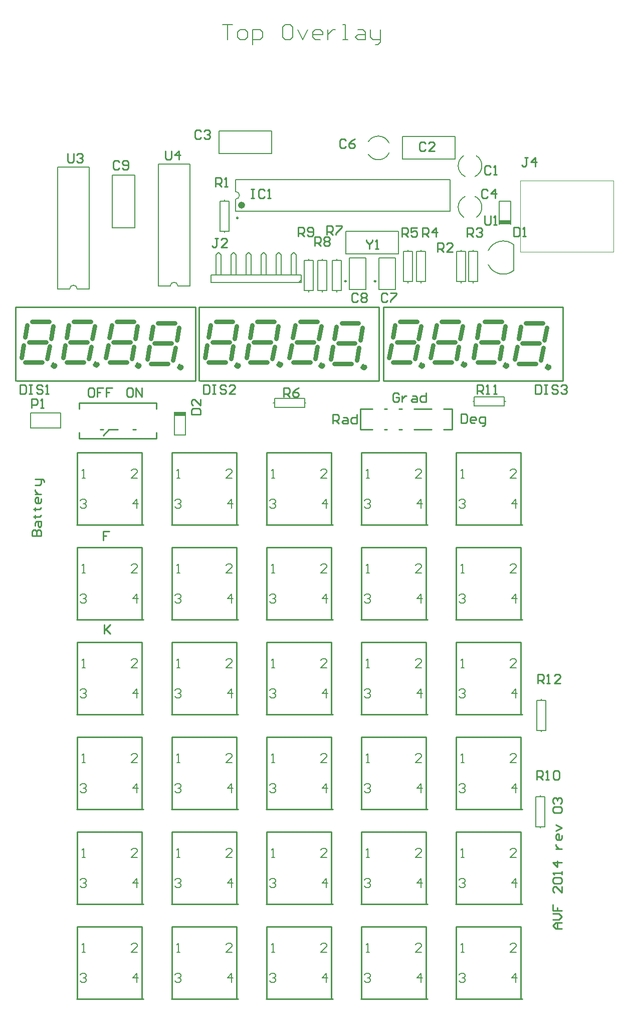
<source format=gto>
%FSLAX25Y25*%
%MOIN*%
G70*
G01*
G75*
G04 Layer_Color=231054*
%ADD10C,0.01000*%
%ADD11C,0.02000*%
%ADD12C,0.04000*%
%ADD13C,0.02500*%
%ADD14C,0.00600*%
%ADD15C,0.11811*%
%ADD16C,0.06299*%
%ADD17C,0.05512*%
%ADD18C,0.06000*%
%ADD19O,0.10236X0.15748*%
%ADD20O,0.07874X0.06000*%
%ADD21C,0.19685*%
G04:AMPARAMS|DCode=22|XSize=47.24mil|YSize=80mil|CornerRadius=11.81mil|HoleSize=0mil|Usage=FLASHONLY|Rotation=0.000|XOffset=0mil|YOffset=0mil|HoleType=Round|Shape=RoundedRectangle|*
%AMROUNDEDRECTD22*
21,1,0.04724,0.05638,0,0,0.0*
21,1,0.02362,0.08000,0,0,0.0*
1,1,0.02362,0.01181,-0.02819*
1,1,0.02362,-0.01181,-0.02819*
1,1,0.02362,-0.01181,0.02819*
1,1,0.02362,0.01181,0.02819*
%
%ADD22ROUNDEDRECTD22*%
%ADD23C,0.04724*%
%ADD24O,0.06000X0.04724*%
%ADD25R,0.06000X0.04724*%
%ADD26C,0.05906*%
%ADD27R,0.05906X0.05906*%
%ADD28R,0.05315X0.05315*%
%ADD29C,0.05315*%
%ADD30R,0.05906X0.05906*%
%ADD31C,0.08000*%
%ADD32R,0.05315X0.05315*%
%ADD33R,0.05906X0.05906*%
%ADD34C,0.05906*%
%ADD35C,0.05000*%
%ADD36C,0.03000*%
%ADD37C,0.00800*%
%ADD38C,0.03937*%
%ADD39C,0.03386*%
%ADD40C,0.02362*%
%ADD41C,0.00984*%
%ADD42C,0.00787*%
%ADD43C,0.00500*%
%ADD44C,0.00100*%
%ADD45C,0.03000*%
%ADD46C,0.00799*%
%ADD47R,0.07480X0.03150*%
D10*
X265748Y387795D02*
X277559D01*
X255906D02*
X257874D01*
X246063D02*
X248031D01*
X230315D02*
X238189D01*
X230315D02*
Y401575D01*
X246063D02*
X248031D01*
X255906D02*
X257874D01*
X265748D02*
X277559D01*
X291339Y387795D02*
Y401575D01*
X285433Y387795D02*
X291339D01*
X285433Y401575D02*
X291339D01*
X230315D02*
X238189D01*
X94488D02*
Y405512D01*
X43307D02*
X94488D01*
X43307Y401575D02*
Y405512D01*
Y381890D02*
Y385827D01*
Y381890D02*
X94488D01*
Y385827D01*
X62992Y387795D02*
X68898D01*
X59055Y383858D02*
X62992Y387795D01*
X57087D02*
X59055D01*
X78740D02*
X80709D01*
X293961Y309433D02*
X336961D01*
X293961Y261433D02*
Y309433D01*
X336961Y261433D02*
Y309433D01*
X293587Y261433D02*
X337961D01*
X230594D02*
X274969D01*
X273969D02*
Y309433D01*
X230969Y261433D02*
Y309433D01*
X273969D01*
X167976D02*
X210976D01*
X167976Y261433D02*
Y309433D01*
X210976Y261433D02*
Y309433D01*
X167602Y261433D02*
X211976D01*
X104610D02*
X148984D01*
X147984D02*
Y309433D01*
X104984Y261433D02*
Y309433D01*
X147984D01*
X41992D02*
X84992D01*
X41992Y261433D02*
Y309433D01*
X84992Y261433D02*
Y309433D01*
X41618Y261433D02*
X85992D01*
X293587Y198441D02*
X337961D01*
X336961D02*
Y246441D01*
X293961Y198441D02*
Y246441D01*
X336961D01*
X230969D02*
X273969D01*
X230969Y198441D02*
Y246441D01*
X273969Y198441D02*
Y246441D01*
X230594Y198441D02*
X274969D01*
X167602D02*
X211976D01*
X210976D02*
Y246441D01*
X167976Y198441D02*
Y246441D01*
X210976D01*
X104984D02*
X147984D01*
X104984Y198441D02*
Y246441D01*
X147984Y198441D02*
Y246441D01*
X104610Y198441D02*
X148984D01*
X41618D02*
X85992D01*
X84992D02*
Y246441D01*
X41992Y198441D02*
Y246441D01*
X84992D01*
X293961Y183449D02*
X336961D01*
X293961Y135449D02*
Y183449D01*
X336961Y135449D02*
Y183449D01*
X293587Y135449D02*
X337961D01*
X230594D02*
X274969D01*
X273969D02*
Y183449D01*
X230969Y135449D02*
Y183449D01*
X273969D01*
X167976D02*
X210976D01*
X167976Y135449D02*
Y183449D01*
X210976Y135449D02*
Y183449D01*
X167602Y135449D02*
X211976D01*
X104610D02*
X148984D01*
X147984D02*
Y183449D01*
X104984Y135449D02*
Y183449D01*
X147984D01*
X41992D02*
X84992D01*
X41992Y135449D02*
Y183449D01*
X84992Y135449D02*
Y183449D01*
X41618Y135449D02*
X85992D01*
X293587Y72457D02*
X337961D01*
X336961D02*
Y120457D01*
X293961Y72457D02*
Y120457D01*
X336961D01*
X230969D02*
X273969D01*
X230969Y72457D02*
Y120457D01*
X273969Y72457D02*
Y120457D01*
X230594Y72457D02*
X274969D01*
X167602D02*
X211976D01*
X210976D02*
Y120457D01*
X167976Y72457D02*
Y120457D01*
X210976D01*
X104984D02*
X147984D01*
X104984Y72457D02*
Y120457D01*
X147984Y72457D02*
Y120457D01*
X104610Y72457D02*
X148984D01*
X41618D02*
X85992D01*
X84992D02*
Y120457D01*
X41992Y72457D02*
Y120457D01*
X84992D01*
X293961Y57465D02*
X336961D01*
X293961Y9465D02*
Y57465D01*
X336961Y9465D02*
Y57465D01*
X293587Y9465D02*
X337961D01*
X230594D02*
X274969D01*
X273969D02*
Y57465D01*
X230969Y9465D02*
Y57465D01*
X273969D01*
X167976D02*
X210976D01*
X167976Y9465D02*
Y57465D01*
X210976Y9465D02*
Y57465D01*
X167602Y9465D02*
X211976D01*
X104610D02*
X148984D01*
X147984D02*
Y57465D01*
X104984Y9465D02*
Y57465D01*
X147984D01*
X41992D02*
X84992D01*
X41992Y9465D02*
Y57465D01*
X84992Y9465D02*
Y57465D01*
X41618Y9465D02*
X85992D01*
X246031Y420197D02*
X364929D01*
X365031D02*
Y469197D01*
X245583D02*
X365031D01*
X245583Y420197D02*
Y469197D01*
X123480Y420197D02*
X242378D01*
X242480D02*
Y469197D01*
X123031D02*
X242480D01*
X123031Y420197D02*
Y469197D01*
X1433Y420197D02*
X120331D01*
X120433D02*
Y469197D01*
X984D02*
X120433D01*
X984Y420197D02*
Y469197D01*
X41618Y324425D02*
X85992D01*
X84992D02*
Y372425D01*
X41992Y324425D02*
Y372425D01*
X84992D01*
X104984D02*
X147984D01*
X104984Y324425D02*
Y372425D01*
X147984Y324425D02*
Y372425D01*
X104610Y324425D02*
X148984D01*
X167602D02*
X211976D01*
X210976D02*
Y372425D01*
X167976Y324425D02*
Y372425D01*
X210976D01*
X230969D02*
X273969D01*
X230969Y324425D02*
Y372425D01*
X273969Y324425D02*
Y372425D01*
X230594Y324425D02*
X274969D01*
X293587D02*
X337961D01*
X336961D02*
Y372425D01*
X293961Y324425D02*
Y372425D01*
X336961D01*
X341557Y568557D02*
X339558D01*
X340557D01*
Y563559D01*
X339558Y562559D01*
X338558D01*
X337558Y563559D01*
X346555Y562559D02*
Y568557D01*
X343556Y565558D01*
X347555D01*
X308000Y411417D02*
Y417415D01*
X310999D01*
X311999Y416416D01*
Y414416D01*
X310999Y413417D01*
X308000D01*
X309999D02*
X311999Y411417D01*
X313998D02*
X315997D01*
X314998D01*
Y417415D01*
X313998Y416416D01*
X318996Y411417D02*
X320996D01*
X319996D01*
Y417415D01*
X318996Y416416D01*
X348044Y218985D02*
Y224983D01*
X351043D01*
X352042Y223983D01*
Y221984D01*
X351043Y220984D01*
X348044D01*
X350043D02*
X352042Y218985D01*
X354042D02*
X356041D01*
X355041D01*
Y224983D01*
X354042Y223983D01*
X363039Y218985D02*
X359040D01*
X363039Y222983D01*
Y223983D01*
X362039Y224983D01*
X360040D01*
X359040Y223983D01*
X347650Y155008D02*
Y161006D01*
X350649D01*
X351649Y160007D01*
Y158007D01*
X350649Y157008D01*
X347650D01*
X349649D02*
X351649Y155008D01*
X353648D02*
X355647D01*
X354648D01*
Y161006D01*
X353648Y160007D01*
X358646D02*
X359646Y161006D01*
X361646D01*
X362645Y160007D01*
Y156008D01*
X361646Y155008D01*
X359646D01*
X358646Y156008D01*
Y160007D01*
X188976Y516000D02*
Y521998D01*
X191975D01*
X192975Y520998D01*
Y518999D01*
X191975Y517999D01*
X188976D01*
X190976D02*
X192975Y516000D01*
X194974Y517000D02*
X195974Y516000D01*
X197974D01*
X198973Y517000D01*
Y520998D01*
X197974Y521998D01*
X195974D01*
X194974Y520998D01*
Y519999D01*
X195974Y518999D01*
X198973D01*
X3937Y417415D02*
Y411417D01*
X6936D01*
X7936Y412417D01*
Y416416D01*
X6936Y417415D01*
X3937D01*
X9935D02*
X11934D01*
X10935D01*
Y411417D01*
X9935D01*
X11934D01*
X18932Y416416D02*
X17932Y417415D01*
X15933D01*
X14933Y416416D01*
Y415416D01*
X15933Y414416D01*
X17932D01*
X18932Y413417D01*
Y412417D01*
X17932Y411417D01*
X15933D01*
X14933Y412417D01*
X20932Y411417D02*
X22931D01*
X21931D01*
Y417415D01*
X20932Y416416D01*
X125984Y417415D02*
Y411417D01*
X128983D01*
X129983Y412417D01*
Y416416D01*
X128983Y417415D01*
X125984D01*
X131982D02*
X133982D01*
X132982D01*
Y411417D01*
X131982D01*
X133982D01*
X140979Y416416D02*
X139980Y417415D01*
X137980D01*
X136981Y416416D01*
Y415416D01*
X137980Y414416D01*
X139980D01*
X140979Y413417D01*
Y412417D01*
X139980Y411417D01*
X137980D01*
X136981Y412417D01*
X146977Y411417D02*
X142979D01*
X146977Y415416D01*
Y416416D01*
X145978Y417415D01*
X143978D01*
X142979Y416416D01*
X346457Y417415D02*
Y411417D01*
X349456D01*
X350455Y412417D01*
Y416416D01*
X349456Y417415D01*
X346457D01*
X352455D02*
X354454D01*
X353454D01*
Y411417D01*
X352455D01*
X354454D01*
X361452Y416416D02*
X360452Y417415D01*
X358453D01*
X357453Y416416D01*
Y415416D01*
X358453Y414416D01*
X360452D01*
X361452Y413417D01*
Y412417D01*
X360452Y411417D01*
X358453D01*
X357453Y412417D01*
X363451Y416416D02*
X364451Y417415D01*
X366450D01*
X367450Y416416D01*
Y415416D01*
X366450Y414416D01*
X365451D01*
X366450D01*
X367450Y413417D01*
Y412417D01*
X366450Y411417D01*
X364451D01*
X363451Y412417D01*
X133858Y549213D02*
Y555211D01*
X136857D01*
X137857Y554211D01*
Y552212D01*
X136857Y551212D01*
X133858D01*
X135858D02*
X137857Y549213D01*
X139856D02*
X141856D01*
X140856D01*
Y555211D01*
X139856Y554211D01*
X157480Y547337D02*
X159480D01*
X158480D01*
Y541339D01*
X157480D01*
X159480D01*
X166477Y546337D02*
X165478Y547337D01*
X163478D01*
X162479Y546337D01*
Y542338D01*
X163478Y541339D01*
X165478D01*
X166477Y542338D01*
X168477Y541339D02*
X170476D01*
X169476D01*
Y547337D01*
X168477Y546337D01*
X316991Y562085D02*
X315991Y563085D01*
X313992D01*
X312992Y562085D01*
Y558086D01*
X313992Y557087D01*
X315991D01*
X316991Y558086D01*
X318990Y557087D02*
X320989D01*
X319990D01*
Y563085D01*
X318990Y562085D01*
X273684Y577833D02*
X272684Y578833D01*
X270685D01*
X269685Y577833D01*
Y573834D01*
X270685Y572835D01*
X272684D01*
X273684Y573834D01*
X279682Y572835D02*
X275683D01*
X279682Y576833D01*
Y577833D01*
X278682Y578833D01*
X276683D01*
X275683Y577833D01*
X124077Y585707D02*
X123078Y586707D01*
X121078D01*
X120079Y585707D01*
Y581708D01*
X121078Y580709D01*
X123078D01*
X124077Y581708D01*
X126077Y585707D02*
X127076Y586707D01*
X129076D01*
X130076Y585707D01*
Y584707D01*
X129076Y583708D01*
X128076D01*
X129076D01*
X130076Y582708D01*
Y581708D01*
X129076Y580709D01*
X127076D01*
X126077Y581708D01*
X315022Y546337D02*
X314023Y547337D01*
X312023D01*
X311024Y546337D01*
Y542338D01*
X312023Y541339D01*
X314023D01*
X315022Y542338D01*
X320021Y541339D02*
Y547337D01*
X317022Y544338D01*
X321020D01*
X220534Y579802D02*
X219534Y580801D01*
X217535D01*
X216535Y579802D01*
Y575803D01*
X217535Y574803D01*
X219534D01*
X220534Y575803D01*
X226532Y580801D02*
X224533Y579802D01*
X222533Y577802D01*
Y575803D01*
X223533Y574803D01*
X225533D01*
X226532Y575803D01*
Y576802D01*
X225533Y577802D01*
X222533D01*
X248093Y477439D02*
X247094Y478439D01*
X245094D01*
X244094Y477439D01*
Y473441D01*
X245094Y472441D01*
X247094D01*
X248093Y473441D01*
X250093Y478439D02*
X254091D01*
Y477439D01*
X250093Y473441D01*
Y472441D01*
X228408Y477439D02*
X227409Y478439D01*
X225409D01*
X224410Y477439D01*
Y473441D01*
X225409Y472441D01*
X227409D01*
X228408Y473441D01*
X230408Y477439D02*
X231407Y478439D01*
X233406D01*
X234406Y477439D01*
Y476440D01*
X233406Y475440D01*
X234406Y474440D01*
Y473441D01*
X233406Y472441D01*
X231407D01*
X230408Y473441D01*
Y474440D01*
X231407Y475440D01*
X230408Y476440D01*
Y477439D01*
X231407Y475440D02*
X233406D01*
X69985Y565283D02*
X68986Y566283D01*
X66986D01*
X65987Y565283D01*
Y561285D01*
X66986Y560285D01*
X68986D01*
X69985Y561285D01*
X71985D02*
X72984Y560285D01*
X74984D01*
X75983Y561285D01*
Y565283D01*
X74984Y566283D01*
X72984D01*
X71985Y565283D01*
Y564284D01*
X72984Y563284D01*
X75983D01*
X234252Y513872D02*
Y512872D01*
X236251Y510873D01*
X238251Y512872D01*
Y513872D01*
X236251Y510873D02*
Y507874D01*
X240250D02*
X242249D01*
X241250D01*
Y513872D01*
X240250Y512872D01*
X312992Y529620D02*
Y524622D01*
X313992Y523622D01*
X315991D01*
X316991Y524622D01*
Y529620D01*
X318990Y523622D02*
X320989D01*
X319990D01*
Y529620D01*
X318990Y528620D01*
X332283Y522140D02*
Y516142D01*
X335282D01*
X336282Y517141D01*
Y521140D01*
X335282Y522140D01*
X332283D01*
X338281Y516142D02*
X340281D01*
X339281D01*
Y522140D01*
X338281Y521140D01*
X118018Y397638D02*
X124016D01*
Y400637D01*
X123016Y401637D01*
X119017D01*
X118018Y400637D01*
Y397638D01*
X124016Y407635D02*
Y403636D01*
X120017Y407635D01*
X119017D01*
X118018Y406635D01*
Y404635D01*
X119017Y403636D01*
X11600Y402137D02*
Y408135D01*
X14599D01*
X15599Y407135D01*
Y405136D01*
X14599Y404136D01*
X11600D01*
X17598Y402137D02*
X19597D01*
X18598D01*
Y408135D01*
X17598Y407135D01*
X135638Y514673D02*
X133639D01*
X134638D01*
Y509675D01*
X133639Y508675D01*
X132639D01*
X131639Y509675D01*
X141636Y508675D02*
X137637D01*
X141636Y512674D01*
Y513673D01*
X140637Y514673D01*
X138637D01*
X137637Y513673D01*
X281496Y505905D02*
Y511904D01*
X284495D01*
X285495Y510904D01*
Y508905D01*
X284495Y507905D01*
X281496D01*
X283495D02*
X285495Y505905D01*
X291493D02*
X287494D01*
X291493Y509904D01*
Y510904D01*
X290493Y511904D01*
X288494D01*
X287494Y510904D01*
X301181Y515748D02*
Y521746D01*
X304180D01*
X305180Y520746D01*
Y518747D01*
X304180Y517747D01*
X301181D01*
X303181D02*
X305180Y515748D01*
X307179Y520746D02*
X308179Y521746D01*
X310178D01*
X311178Y520746D01*
Y519747D01*
X310178Y518747D01*
X309178D01*
X310178D01*
X311178Y517747D01*
Y516748D01*
X310178Y515748D01*
X308179D01*
X307179Y516748D01*
X271654Y515748D02*
Y521746D01*
X274653D01*
X275652Y520746D01*
Y518747D01*
X274653Y517747D01*
X271654D01*
X273653D02*
X275652Y515748D01*
X280651D02*
Y521746D01*
X277652Y518747D01*
X281650D01*
X257874Y515748D02*
Y521746D01*
X260873D01*
X261873Y520746D01*
Y518747D01*
X260873Y517747D01*
X257874D01*
X259873D02*
X261873Y515748D01*
X267871Y521746D02*
X263872D01*
Y518747D01*
X265871Y519747D01*
X266871D01*
X267871Y518747D01*
Y516748D01*
X266871Y515748D01*
X264872D01*
X263872Y516748D01*
X179134Y409449D02*
Y415447D01*
X182133D01*
X183133Y414447D01*
Y412448D01*
X182133Y411448D01*
X179134D01*
X181133D02*
X183133Y409449D01*
X189131Y415447D02*
X187131Y414447D01*
X185132Y412448D01*
Y410449D01*
X186132Y409449D01*
X188131D01*
X189131Y410449D01*
Y411448D01*
X188131Y412448D01*
X185132D01*
X208000Y517019D02*
Y523017D01*
X210999D01*
X211999Y522017D01*
Y520018D01*
X210999Y519018D01*
X208000D01*
X209999D02*
X211999Y517019D01*
X213998Y523017D02*
X217997D01*
Y522017D01*
X213998Y518019D01*
Y517019D01*
X200000Y509700D02*
Y515698D01*
X202999D01*
X203999Y514698D01*
Y512699D01*
X202999Y511699D01*
X200000D01*
X201999D02*
X203999Y509700D01*
X205998Y514698D02*
X206998Y515698D01*
X208997D01*
X209997Y514698D01*
Y513699D01*
X208997Y512699D01*
X209997Y511699D01*
Y510700D01*
X208997Y509700D01*
X206998D01*
X205998Y510700D01*
Y511699D01*
X206998Y512699D01*
X205998Y513699D01*
Y514698D01*
X206998Y512699D02*
X208997D01*
X35433Y570959D02*
Y565960D01*
X36433Y564961D01*
X38432D01*
X39432Y565960D01*
Y570959D01*
X41431Y569959D02*
X42431Y570959D01*
X44430D01*
X45430Y569959D01*
Y568959D01*
X44430Y567960D01*
X43431D01*
X44430D01*
X45430Y566960D01*
Y565960D01*
X44430Y564961D01*
X42431D01*
X41431Y565960D01*
X100394Y572927D02*
Y567929D01*
X101393Y566929D01*
X103393D01*
X104392Y567929D01*
Y572927D01*
X109391Y566929D02*
Y572927D01*
X106392Y569928D01*
X110390D01*
X60000Y257967D02*
Y251969D01*
Y253968D01*
X63999Y257967D01*
X61000Y254967D01*
X63999Y251969D01*
X63054Y319998D02*
X59055D01*
Y316999D01*
X61054D01*
X59055D01*
Y314000D01*
X255967Y410998D02*
X254967Y411998D01*
X252968D01*
X251969Y410998D01*
Y407000D01*
X252968Y406000D01*
X254967D01*
X255967Y407000D01*
Y408999D01*
X253968D01*
X257967Y409999D02*
Y406000D01*
Y407999D01*
X258966Y408999D01*
X259966Y409999D01*
X260966D01*
X264964D02*
X266964D01*
X267963Y408999D01*
Y406000D01*
X264964D01*
X263965Y407000D01*
X264964Y407999D01*
X267963D01*
X273961Y411998D02*
Y406000D01*
X270962D01*
X269963Y407000D01*
Y408999D01*
X270962Y409999D01*
X273961D01*
X297244Y397998D02*
Y392000D01*
X300243D01*
X301243Y393000D01*
Y396998D01*
X300243Y397998D01*
X297244D01*
X306241Y392000D02*
X304242D01*
X303242Y393000D01*
Y394999D01*
X304242Y395999D01*
X306241D01*
X307241Y394999D01*
Y393999D01*
X303242D01*
X311240Y390001D02*
X312239D01*
X313239Y391000D01*
Y395999D01*
X310240D01*
X309240Y394999D01*
Y393000D01*
X310240Y392000D01*
X313239D01*
X212000Y391732D02*
Y397730D01*
X214999D01*
X215999Y396731D01*
Y394731D01*
X214999Y393732D01*
X212000D01*
X213999D02*
X215999Y391732D01*
X218998Y395731D02*
X220997D01*
X221997Y394731D01*
Y391732D01*
X218998D01*
X217998Y392732D01*
X218998Y393732D01*
X221997D01*
X227995Y397730D02*
Y391732D01*
X224996D01*
X223996Y392732D01*
Y394731D01*
X224996Y395731D01*
X227995D01*
X52212Y415447D02*
X50212D01*
X49213Y414447D01*
Y410449D01*
X50212Y409449D01*
X52212D01*
X53211Y410449D01*
Y414447D01*
X52212Y415447D01*
X59209D02*
X55211D01*
Y412448D01*
X57210D01*
X55211D01*
Y409449D01*
X65207Y415447D02*
X61209D01*
Y412448D01*
X63208D01*
X61209D01*
Y409449D01*
X77802Y415447D02*
X75803D01*
X74803Y414447D01*
Y410449D01*
X75803Y409449D01*
X77802D01*
X78802Y410449D01*
Y414447D01*
X77802Y415447D01*
X80801Y409449D02*
Y415447D01*
X84800Y409449D01*
Y415447D01*
X11718Y316929D02*
X17717D01*
Y319928D01*
X16717Y320928D01*
X15717D01*
X14717Y319928D01*
Y316929D01*
Y319928D01*
X13718Y320928D01*
X12718D01*
X11718Y319928D01*
Y316929D01*
X13718Y323927D02*
Y325926D01*
X14717Y326926D01*
X17717D01*
Y323927D01*
X16717Y322927D01*
X15717Y323927D01*
Y326926D01*
X12718Y329925D02*
X13718D01*
Y328925D01*
Y330925D01*
Y329925D01*
X16717D01*
X17717Y330925D01*
X12718Y334923D02*
X13718D01*
Y333924D01*
Y335923D01*
Y334923D01*
X16717D01*
X17717Y335923D01*
Y341921D02*
Y339922D01*
X16717Y338922D01*
X14717D01*
X13718Y339922D01*
Y341921D01*
X14717Y342921D01*
X15717D01*
Y338922D01*
X13718Y344920D02*
X17717D01*
X15717D01*
X14717Y345920D01*
X13718Y346919D01*
Y347919D01*
Y350918D02*
X16717D01*
X17717Y351918D01*
Y354917D01*
X18716D01*
X19716Y353917D01*
Y352918D01*
X17717Y354917D02*
X13718D01*
X364173Y56000D02*
X360174D01*
X358175Y57999D01*
X360174Y59999D01*
X364173D01*
X361174D01*
Y56000D01*
X358175Y61998D02*
X362174D01*
X364173Y63997D01*
X362174Y65997D01*
X358175D01*
Y71995D02*
Y67996D01*
X361174D01*
Y69995D01*
Y67996D01*
X364173D01*
Y83991D02*
Y79992D01*
X360174Y83991D01*
X359175D01*
X358175Y82991D01*
Y80992D01*
X359175Y79992D01*
Y85990D02*
X358175Y86990D01*
Y88989D01*
X359175Y89989D01*
X363174D01*
X364173Y88989D01*
Y86990D01*
X363174Y85990D01*
X359175D01*
X364173Y91988D02*
Y93988D01*
Y92988D01*
X358175D01*
X359175Y91988D01*
X364173Y99986D02*
X358175D01*
X361174Y96987D01*
Y100986D01*
X360174Y108983D02*
X364173D01*
X362174D01*
X361174Y109983D01*
X360174Y110982D01*
Y111982D01*
X364173Y117980D02*
Y115981D01*
X363174Y114981D01*
X361174D01*
X360174Y115981D01*
Y117980D01*
X361174Y118980D01*
X362174D01*
Y114981D01*
X360174Y120979D02*
X364173Y122978D01*
X360174Y124978D01*
X359175Y132975D02*
X358175Y133975D01*
Y135974D01*
X359175Y136974D01*
X363174D01*
X364173Y135974D01*
Y133975D01*
X363174Y132975D01*
X359175D01*
Y138973D02*
X358175Y139973D01*
Y141972D01*
X359175Y142972D01*
X360174D01*
X361174Y141972D01*
Y140972D01*
Y141972D01*
X362174Y142972D01*
X363174D01*
X364173Y141972D01*
Y139973D01*
X363174Y138973D01*
D14*
X138665Y656729D02*
X145330D01*
X141998D01*
Y646732D01*
X150328D02*
X153661D01*
X155327Y648398D01*
Y651731D01*
X153661Y653397D01*
X150328D01*
X148662Y651731D01*
Y648398D01*
X150328Y646732D01*
X158659Y643400D02*
Y653397D01*
X163657D01*
X165323Y651731D01*
Y648398D01*
X163657Y646732D01*
X158659D01*
X183651Y656729D02*
X180319D01*
X178652Y655063D01*
Y648398D01*
X180319Y646732D01*
X183651D01*
X185317Y648398D01*
Y655063D01*
X183651Y656729D01*
X188649Y653397D02*
X191981Y646732D01*
X195314Y653397D01*
X203644Y646732D02*
X200312D01*
X198646Y648398D01*
Y651731D01*
X200312Y653397D01*
X203644D01*
X205311Y651731D01*
Y650065D01*
X198646D01*
X208643Y653397D02*
Y646732D01*
Y650065D01*
X210309Y651731D01*
X211975Y653397D01*
X213641D01*
X218639Y646732D02*
X221972D01*
X220306D01*
Y656729D01*
X218639D01*
X228636Y653397D02*
X231968D01*
X233635Y651731D01*
Y646732D01*
X228636D01*
X226970Y648398D01*
X228636Y650065D01*
X233635D01*
X236967Y653397D02*
Y648398D01*
X238633Y646732D01*
X243631D01*
Y645066D01*
X241965Y643400D01*
X240299D01*
X243631Y646732D02*
Y653397D01*
D39*
X355701Y429197D02*
G03*
X355701Y429197I-669J0D01*
G01*
X327701Y430197D02*
G03*
X327701Y430197I-669J0D01*
G01*
X271701D02*
G03*
X271701Y430197I-669J0D01*
G01*
X299791Y430957D02*
G03*
X299791Y430957I-669J0D01*
G01*
X233150Y429197D02*
G03*
X233150Y429197I-669J0D01*
G01*
X205150Y430197D02*
G03*
X205150Y430197I-669J0D01*
G01*
X149150D02*
G03*
X149150Y430197I-669J0D01*
G01*
X177240Y430957D02*
G03*
X177240Y430957I-669J0D01*
G01*
X111102Y429197D02*
G03*
X111102Y429197I-669J0D01*
G01*
X83102Y430197D02*
G03*
X83102Y430197I-669J0D01*
G01*
X27102D02*
G03*
X27102Y430197I-669J0D01*
G01*
X55193Y430957D02*
G03*
X55193Y430957I-669J0D01*
G01*
D40*
X152362Y536811D02*
G03*
X152362Y536811I-1181J0D01*
G01*
D41*
X148878Y528307D02*
G03*
X148878Y528307I-492J0D01*
G01*
X240453Y486221D02*
G03*
X240453Y486221I-492J0D01*
G01*
X220768D02*
G03*
X220768Y486221I-492J0D01*
G01*
D42*
X147244Y540807D02*
G03*
X147244Y545807I0J2500D01*
G01*
X235486Y570571D02*
G03*
X249287Y571529I6640J4232D01*
G01*
Y578077D02*
G03*
X235486Y579036I-7161J-3274D01*
G01*
X307382Y528793D02*
G03*
X306424Y542594I-4232J6640D01*
G01*
X299875D02*
G03*
X298917Y528793I3274J-7161D01*
G01*
X298917Y569632D02*
G03*
X299875Y555831I4232J-6640D01*
G01*
X306424D02*
G03*
X307382Y569632I-3274J7161D01*
G01*
X41870Y481102D02*
G03*
X36870Y481102I-2500J0D01*
G01*
X108799Y483071D02*
G03*
X103799Y483071I-2500J0D01*
G01*
X306000Y403496D02*
Y406496D01*
Y403496D02*
X326000D01*
Y409496D01*
X306000D02*
X326000D01*
X306000Y406496D02*
Y409496D01*
X326000Y406496D02*
X326900D01*
X305100D02*
X306000D01*
X347394Y207835D02*
X350394D01*
X347394Y187835D02*
Y207835D01*
Y187835D02*
X353394D01*
Y207835D01*
X350394D02*
X353394D01*
X350394Y186935D02*
Y187835D01*
Y207835D02*
Y208735D01*
X347000Y143858D02*
X350000D01*
X347000Y123858D02*
Y143858D01*
Y123858D02*
X353000D01*
Y143858D01*
X350000D02*
X353000D01*
X350000Y122958D02*
Y123858D01*
Y143858D02*
Y144758D01*
X80335Y521870D02*
Y556870D01*
X65335D02*
X80335D01*
X65335Y521870D02*
Y556870D01*
Y521870D02*
X80335D01*
X220689Y519311D02*
X255689D01*
X220689Y504311D02*
Y519311D01*
Y504311D02*
X255689D01*
Y519311D01*
X258091Y567303D02*
X293091D01*
Y582303D01*
X258091D02*
X293091D01*
X258091Y567303D02*
Y582303D01*
X289764Y532874D02*
Y553740D01*
X147244Y545807D02*
Y553740D01*
Y532874D02*
Y540807D01*
Y553740D02*
X289764D01*
X147244Y532874D02*
X289764D01*
X136043Y586240D02*
X171043D01*
X136043Y571240D02*
Y586240D01*
Y571240D02*
X171043D01*
Y586240D01*
X11000Y388701D02*
X31000D01*
Y398701D01*
X11000D02*
X31000D01*
X11000Y388701D02*
Y398701D01*
X113976Y384055D02*
Y399409D01*
X106496Y384055D02*
Y399409D01*
Y384055D02*
X113976D01*
X191024Y485315D02*
Y490315D01*
X131024D02*
X191024D01*
X131024Y485315D02*
Y490315D01*
X187690D02*
Y503648D01*
X186024Y505315D02*
X187690Y503648D01*
X184357D02*
X186024Y505315D01*
X184357Y490315D02*
Y503648D01*
X177690Y490315D02*
Y503648D01*
X176024Y505315D02*
X177690Y503648D01*
X174357D02*
X176024Y505315D01*
X174357Y490315D02*
Y503648D01*
X167690Y490315D02*
Y503648D01*
X166024Y505315D02*
X167690Y503648D01*
X164357D02*
X166024Y505315D01*
X164357Y490315D02*
Y503648D01*
X157690Y490315D02*
Y503648D01*
X156024Y505315D02*
X157690Y503648D01*
X154357D02*
X156024Y505315D01*
X154357Y490315D02*
Y503648D01*
X147690Y490315D02*
Y503648D01*
X146024Y505315D02*
X147690Y503648D01*
X144357D02*
X146024Y505315D01*
X144357Y490315D02*
Y503648D01*
X137690Y490315D02*
Y503648D01*
X136024Y505315D02*
X137690Y503648D01*
X134357D02*
X136024Y505315D01*
X134357Y490315D02*
Y503648D01*
X189357Y485315D02*
X191024Y486982D01*
X131024Y485315D02*
X191024D01*
X242520Y480709D02*
X253543D01*
X242520Y501732D02*
X253543D01*
X242520Y480709D02*
Y501732D01*
X253543Y480709D02*
Y501732D01*
X222835Y480709D02*
X233858D01*
X222835Y501732D02*
X233858D01*
X222835Y480709D02*
Y501732D01*
X233858Y480709D02*
Y501732D01*
X204725Y500157D02*
Y501057D01*
Y479257D02*
Y480157D01*
Y500157D02*
X207724D01*
Y480157D02*
Y500157D01*
X201725Y480157D02*
X207724D01*
X201725D02*
Y500157D01*
X204725D01*
X193071Y405512D02*
X193971D01*
X172171D02*
X173071D01*
X193071Y402512D02*
Y405512D01*
X173071Y402512D02*
X193071D01*
X173071D02*
Y408512D01*
X193071D01*
Y405512D02*
Y408512D01*
X214567Y500157D02*
Y501057D01*
Y479257D02*
Y480157D01*
Y500157D02*
X217567D01*
Y480157D02*
Y500157D01*
X211567Y480157D02*
X217567D01*
X211567D02*
Y500157D01*
X214567D01*
X305118Y506063D02*
Y506963D01*
Y485163D02*
Y486063D01*
Y506063D02*
X308118D01*
Y486063D02*
Y506063D01*
X302118Y486063D02*
X308118D01*
X302118D02*
Y506063D01*
X305118D01*
X297244D02*
Y506963D01*
Y485163D02*
Y486063D01*
Y506063D02*
X300244D01*
Y486063D02*
Y506063D01*
X294244Y486063D02*
X300244D01*
X294244D02*
Y506063D01*
X297244D01*
X261811D02*
Y506963D01*
Y485163D02*
Y486063D01*
Y506063D02*
X264811D01*
Y486063D02*
Y506063D01*
X258811Y486063D02*
X264811D01*
X258811D02*
Y506063D01*
X261811D01*
X270622D02*
Y506963D01*
Y485163D02*
Y486063D01*
Y506063D02*
X273622D01*
Y486063D02*
Y506063D01*
X267622Y486063D02*
X273622D01*
X267622D02*
Y506063D01*
X270622D01*
X322638Y524213D02*
Y539567D01*
X330118Y524213D02*
Y539567D01*
X322638D02*
X330118D01*
X139764Y518628D02*
Y519528D01*
Y539528D02*
Y540428D01*
X136764Y519528D02*
X139764D01*
X136764D02*
Y539528D01*
X142764D01*
Y519528D02*
Y539528D01*
X139764Y519528D02*
X142764D01*
X41870Y481102D02*
X49803D01*
X28937D02*
X36870D01*
X28937Y562205D02*
X49803D01*
Y481102D02*
Y562205D01*
X28937Y481102D02*
Y562205D01*
X108799Y483071D02*
X116732D01*
X95866D02*
X103799D01*
X95866Y564173D02*
X116732D01*
Y483071D02*
Y564173D01*
X95866Y483071D02*
Y564173D01*
X192866Y500157D02*
X195866D01*
X192866Y480158D02*
Y500157D01*
Y480158D02*
X198866D01*
Y500157D01*
X195866D02*
X198866D01*
X195866Y479257D02*
Y480158D01*
Y500157D02*
Y501057D01*
D43*
X315281Y497310D02*
G03*
X332358Y493524I9991J4659D01*
G01*
Y510413D02*
G03*
X315281Y506627I-7086J-8445D01*
G01*
X332357Y493524D02*
Y510413D01*
D44*
X398425Y505827D02*
Y553228D01*
X336614Y505827D02*
X398425D01*
X336614Y553228D02*
X398425D01*
X336614Y505827D02*
Y553228D01*
D45*
X249353Y435508D02*
X250792Y443731D01*
X254441Y445882D02*
X265701D01*
X256613Y459411D02*
X267896D01*
X251879Y432490D02*
X263153D01*
X266598Y434730D02*
X268063Y442942D01*
X251727Y448955D02*
X253178Y457198D01*
X268977Y448175D02*
X270439Y456411D01*
X296599Y448143D02*
X298061Y456379D01*
X279349Y448924D02*
X280800Y457167D01*
X294220Y434699D02*
X295685Y442910D01*
X279501Y432458D02*
X290775D01*
X284235Y459380D02*
X295518D01*
X281901Y445919D02*
X293161D01*
X276975Y435476D02*
X278414Y443700D01*
X352654Y447175D02*
X354116Y455411D01*
X335404Y447955D02*
X336855Y456198D01*
X350276Y433730D02*
X351740Y441942D01*
X335557Y431490D02*
X346831D01*
X340290Y458411D02*
X351574D01*
X337957Y444951D02*
X349216D01*
X333030Y434508D02*
X334470Y442731D01*
X325158Y448143D02*
X326620Y456379D01*
X307908Y448924D02*
X309359Y457167D01*
X322779Y434699D02*
X324244Y442910D01*
X308061Y432458D02*
X319335D01*
X312794Y459380D02*
X324077D01*
X310461Y445919D02*
X321720D01*
X305534Y435476D02*
X306974Y443700D01*
X126801Y435508D02*
X128241Y443731D01*
X131890Y445882D02*
X143149D01*
X134062Y459411D02*
X145345D01*
X129328Y432490D02*
X140602D01*
X144047Y434730D02*
X145512Y442942D01*
X129176Y448955D02*
X130627Y457198D01*
X146425Y448175D02*
X147888Y456411D01*
X174048Y448143D02*
X175510Y456379D01*
X156798Y448924D02*
X158249Y457167D01*
X171669Y434699D02*
X173134Y442910D01*
X156950Y432458D02*
X168224D01*
X161684Y459380D02*
X172967D01*
X159350Y445919D02*
X170610D01*
X154424Y435476D02*
X155863Y443700D01*
X230103Y447175D02*
X231565Y455411D01*
X212853Y447955D02*
X214304Y456198D01*
X227724Y433730D02*
X229189Y441942D01*
X213005Y431490D02*
X224279D01*
X217739Y458411D02*
X229022D01*
X215405Y444951D02*
X226665D01*
X210479Y434508D02*
X211918Y442731D01*
X202607Y448143D02*
X204069Y456379D01*
X185357Y448924D02*
X186808Y457167D01*
X200228Y434699D02*
X201693Y442910D01*
X185509Y432458D02*
X196783D01*
X190243Y459380D02*
X201526D01*
X187909Y445919D02*
X199169D01*
X182983Y435476D02*
X184422Y443700D01*
X4754Y435508D02*
X6194Y443731D01*
X9842Y445882D02*
X21102D01*
X12014Y459411D02*
X23298D01*
X7281Y432490D02*
X18555D01*
X22000Y434730D02*
X23464Y442942D01*
X7129Y448955D02*
X8579Y457198D01*
X24378Y448175D02*
X25840Y456411D01*
X52000Y448143D02*
X53463Y456379D01*
X34751Y448924D02*
X36201Y457167D01*
X49622Y434699D02*
X51087Y442910D01*
X34903Y432458D02*
X46177D01*
X39637Y459380D02*
X50920D01*
X37303Y445919D02*
X48563D01*
X32376Y435476D02*
X33816Y443700D01*
X108055Y447175D02*
X109518Y455411D01*
X90806Y447955D02*
X92257Y456198D01*
X105677Y433730D02*
X107142Y441942D01*
X90958Y431490D02*
X102232D01*
X95692Y458411D02*
X106975D01*
X93358Y444951D02*
X104618D01*
X88431Y434508D02*
X89871Y442731D01*
X80559Y448143D02*
X82022Y456379D01*
X63310Y448924D02*
X64761Y457167D01*
X78181Y434699D02*
X79646Y442910D01*
X63462Y432458D02*
X74736D01*
X68196Y459380D02*
X79479D01*
X65862Y445919D02*
X77122D01*
X60935Y435476D02*
X62375Y443700D01*
D46*
X297244Y292520D02*
X299212D01*
X298228D01*
Y298423D01*
X297244Y297439D01*
X333896Y292433D02*
X329961D01*
X333896Y296369D01*
Y297353D01*
X332912Y298337D01*
X330945D01*
X329961Y297353D01*
X295961Y277353D02*
X296945Y278337D01*
X298912D01*
X299896Y277353D01*
Y276369D01*
X298912Y275385D01*
X297929D01*
X298912D01*
X299896Y274401D01*
Y273417D01*
X298912Y272433D01*
X296945D01*
X295961Y273417D01*
X333661Y272441D02*
Y278344D01*
X330709Y275393D01*
X334644D01*
X270668Y272441D02*
Y278344D01*
X267717Y275393D01*
X271652D01*
X232968Y277353D02*
X233952Y278337D01*
X235920D01*
X236904Y277353D01*
Y276369D01*
X235920Y275385D01*
X234936D01*
X235920D01*
X236904Y274401D01*
Y273417D01*
X235920Y272433D01*
X233952D01*
X232968Y273417D01*
X270904Y292433D02*
X266968D01*
X270904Y296369D01*
Y297353D01*
X269920Y298337D01*
X267952D01*
X266968Y297353D01*
X234252Y292520D02*
X236220D01*
X235236D01*
Y298423D01*
X234252Y297439D01*
X171260Y292520D02*
X173228D01*
X172244D01*
Y298423D01*
X171260Y297439D01*
X207912Y292433D02*
X203976D01*
X207912Y296369D01*
Y297353D01*
X206928Y298337D01*
X204960D01*
X203976Y297353D01*
X169976Y277353D02*
X170960Y278337D01*
X172928D01*
X173912Y277353D01*
Y276369D01*
X172928Y275385D01*
X171944D01*
X172928D01*
X173912Y274401D01*
Y273417D01*
X172928Y272433D01*
X170960D01*
X169976Y273417D01*
X207676Y272441D02*
Y278344D01*
X204724Y275393D01*
X208660D01*
X144684Y272441D02*
Y278344D01*
X141732Y275393D01*
X145668D01*
X106984Y277353D02*
X107968Y278337D01*
X109936D01*
X110920Y277353D01*
Y276369D01*
X109936Y275385D01*
X108952D01*
X109936D01*
X110920Y274401D01*
Y273417D01*
X109936Y272433D01*
X107968D01*
X106984Y273417D01*
X144920Y292433D02*
X140984D01*
X144920Y296369D01*
Y297353D01*
X143936Y298337D01*
X141968D01*
X140984Y297353D01*
X108268Y292520D02*
X110236D01*
X109252D01*
Y298423D01*
X108268Y297439D01*
X45276Y292520D02*
X47243D01*
X46259D01*
Y298423D01*
X45276Y297439D01*
X81928Y292433D02*
X77992D01*
X81928Y296369D01*
Y297353D01*
X80944Y298337D01*
X78976D01*
X77992Y297353D01*
X43992Y277353D02*
X44976Y278337D01*
X46944D01*
X47928Y277353D01*
Y276369D01*
X46944Y275385D01*
X45960D01*
X46944D01*
X47928Y274401D01*
Y273417D01*
X46944Y272433D01*
X44976D01*
X43992Y273417D01*
X81692Y272441D02*
Y278344D01*
X78740Y275393D01*
X82676D01*
X333661Y209449D02*
Y215352D01*
X330709Y212401D01*
X334644D01*
X295961Y214361D02*
X296945Y215345D01*
X298912D01*
X299896Y214361D01*
Y213377D01*
X298912Y212393D01*
X297929D01*
X298912D01*
X299896Y211409D01*
Y210425D01*
X298912Y209441D01*
X296945D01*
X295961Y210425D01*
X333896Y229441D02*
X329961D01*
X333896Y233377D01*
Y234361D01*
X332912Y235345D01*
X330945D01*
X329961Y234361D01*
X297244Y229528D02*
X299212D01*
X298228D01*
Y235431D01*
X297244Y234447D01*
X234252Y229528D02*
X236220D01*
X235236D01*
Y235431D01*
X234252Y234447D01*
X270904Y229441D02*
X266968D01*
X270904Y233377D01*
Y234361D01*
X269920Y235345D01*
X267952D01*
X266968Y234361D01*
X232968Y214361D02*
X233952Y215345D01*
X235920D01*
X236904Y214361D01*
Y213377D01*
X235920Y212393D01*
X234936D01*
X235920D01*
X236904Y211409D01*
Y210425D01*
X235920Y209441D01*
X233952D01*
X232968Y210425D01*
X270668Y209449D02*
Y215352D01*
X267717Y212401D01*
X271652D01*
X207676Y209449D02*
Y215352D01*
X204724Y212401D01*
X208660D01*
X169976Y214361D02*
X170960Y215345D01*
X172928D01*
X173912Y214361D01*
Y213377D01*
X172928Y212393D01*
X171944D01*
X172928D01*
X173912Y211409D01*
Y210425D01*
X172928Y209441D01*
X170960D01*
X169976Y210425D01*
X207912Y229441D02*
X203976D01*
X207912Y233377D01*
Y234361D01*
X206928Y235345D01*
X204960D01*
X203976Y234361D01*
X171260Y229528D02*
X173228D01*
X172244D01*
Y235431D01*
X171260Y234447D01*
X108268Y229528D02*
X110236D01*
X109252D01*
Y235431D01*
X108268Y234447D01*
X144920Y229441D02*
X140984D01*
X144920Y233377D01*
Y234361D01*
X143936Y235345D01*
X141968D01*
X140984Y234361D01*
X106984Y214361D02*
X107968Y215345D01*
X109936D01*
X110920Y214361D01*
Y213377D01*
X109936Y212393D01*
X108952D01*
X109936D01*
X110920Y211409D01*
Y210425D01*
X109936Y209441D01*
X107968D01*
X106984Y210425D01*
X144684Y209449D02*
Y215352D01*
X141732Y212401D01*
X145668D01*
X81692Y209449D02*
Y215352D01*
X78740Y212401D01*
X82676D01*
X43992Y214361D02*
X44976Y215345D01*
X46944D01*
X47928Y214361D01*
Y213377D01*
X46944Y212393D01*
X45960D01*
X46944D01*
X47928Y211409D01*
Y210425D01*
X46944Y209441D01*
X44976D01*
X43992Y210425D01*
X81928Y229441D02*
X77992D01*
X81928Y233377D01*
Y234361D01*
X80944Y235345D01*
X78976D01*
X77992Y234361D01*
X45276Y229528D02*
X47243D01*
X46259D01*
Y235431D01*
X45276Y234447D01*
X297244Y166535D02*
X299212D01*
X298228D01*
Y172439D01*
X297244Y171455D01*
X333896Y166449D02*
X329961D01*
X333896Y170385D01*
Y171369D01*
X332912Y172352D01*
X330945D01*
X329961Y171369D01*
X295961Y151368D02*
X296945Y152352D01*
X298912D01*
X299896Y151368D01*
Y150384D01*
X298912Y149401D01*
X297929D01*
X298912D01*
X299896Y148417D01*
Y147433D01*
X298912Y146449D01*
X296945D01*
X295961Y147433D01*
X333661Y146457D02*
Y152360D01*
X330709Y149408D01*
X334644D01*
X270668Y146457D02*
Y152360D01*
X267717Y149408D01*
X271652D01*
X232968Y151368D02*
X233952Y152352D01*
X235920D01*
X236904Y151368D01*
Y150384D01*
X235920Y149401D01*
X234936D01*
X235920D01*
X236904Y148417D01*
Y147433D01*
X235920Y146449D01*
X233952D01*
X232968Y147433D01*
X270904Y166449D02*
X266968D01*
X270904Y170385D01*
Y171369D01*
X269920Y172352D01*
X267952D01*
X266968Y171369D01*
X234252Y166535D02*
X236220D01*
X235236D01*
Y172439D01*
X234252Y171455D01*
X171260Y166535D02*
X173228D01*
X172244D01*
Y172439D01*
X171260Y171455D01*
X207912Y166449D02*
X203976D01*
X207912Y170385D01*
Y171369D01*
X206928Y172352D01*
X204960D01*
X203976Y171369D01*
X169976Y151368D02*
X170960Y152352D01*
X172928D01*
X173912Y151368D01*
Y150384D01*
X172928Y149401D01*
X171944D01*
X172928D01*
X173912Y148417D01*
Y147433D01*
X172928Y146449D01*
X170960D01*
X169976Y147433D01*
X207676Y146457D02*
Y152360D01*
X204724Y149408D01*
X208660D01*
X144684Y146457D02*
Y152360D01*
X141732Y149408D01*
X145668D01*
X106984Y151368D02*
X107968Y152352D01*
X109936D01*
X110920Y151368D01*
Y150384D01*
X109936Y149401D01*
X108952D01*
X109936D01*
X110920Y148417D01*
Y147433D01*
X109936Y146449D01*
X107968D01*
X106984Y147433D01*
X144920Y166449D02*
X140984D01*
X144920Y170385D01*
Y171369D01*
X143936Y172352D01*
X141968D01*
X140984Y171369D01*
X108268Y166535D02*
X110236D01*
X109252D01*
Y172439D01*
X108268Y171455D01*
X45276Y166535D02*
X47243D01*
X46259D01*
Y172439D01*
X45276Y171455D01*
X81928Y166449D02*
X77992D01*
X81928Y170385D01*
Y171369D01*
X80944Y172352D01*
X78976D01*
X77992Y171369D01*
X43992Y151368D02*
X44976Y152352D01*
X46944D01*
X47928Y151368D01*
Y150384D01*
X46944Y149401D01*
X45960D01*
X46944D01*
X47928Y148417D01*
Y147433D01*
X46944Y146449D01*
X44976D01*
X43992Y147433D01*
X81692Y146457D02*
Y152360D01*
X78740Y149408D01*
X82676D01*
X333661Y83465D02*
Y89368D01*
X330709Y86416D01*
X334644D01*
X295961Y88376D02*
X296945Y89360D01*
X298912D01*
X299896Y88376D01*
Y87392D01*
X298912Y86409D01*
X297929D01*
X298912D01*
X299896Y85425D01*
Y84441D01*
X298912Y83457D01*
X296945D01*
X295961Y84441D01*
X333896Y103457D02*
X329961D01*
X333896Y107392D01*
Y108376D01*
X332912Y109360D01*
X330945D01*
X329961Y108376D01*
X297244Y103543D02*
X299212D01*
X298228D01*
Y109447D01*
X297244Y108463D01*
X234252Y103543D02*
X236220D01*
X235236D01*
Y109447D01*
X234252Y108463D01*
X270904Y103457D02*
X266968D01*
X270904Y107392D01*
Y108376D01*
X269920Y109360D01*
X267952D01*
X266968Y108376D01*
X232968Y88376D02*
X233952Y89360D01*
X235920D01*
X236904Y88376D01*
Y87392D01*
X235920Y86409D01*
X234936D01*
X235920D01*
X236904Y85425D01*
Y84441D01*
X235920Y83457D01*
X233952D01*
X232968Y84441D01*
X270668Y83465D02*
Y89368D01*
X267717Y86416D01*
X271652D01*
X207676Y83465D02*
Y89368D01*
X204724Y86416D01*
X208660D01*
X169976Y88376D02*
X170960Y89360D01*
X172928D01*
X173912Y88376D01*
Y87392D01*
X172928Y86409D01*
X171944D01*
X172928D01*
X173912Y85425D01*
Y84441D01*
X172928Y83457D01*
X170960D01*
X169976Y84441D01*
X207912Y103457D02*
X203976D01*
X207912Y107392D01*
Y108376D01*
X206928Y109360D01*
X204960D01*
X203976Y108376D01*
X171260Y103543D02*
X173228D01*
X172244D01*
Y109447D01*
X171260Y108463D01*
X108268Y103543D02*
X110236D01*
X109252D01*
Y109447D01*
X108268Y108463D01*
X144920Y103457D02*
X140984D01*
X144920Y107392D01*
Y108376D01*
X143936Y109360D01*
X141968D01*
X140984Y108376D01*
X106984Y88376D02*
X107968Y89360D01*
X109936D01*
X110920Y88376D01*
Y87392D01*
X109936Y86409D01*
X108952D01*
X109936D01*
X110920Y85425D01*
Y84441D01*
X109936Y83457D01*
X107968D01*
X106984Y84441D01*
X144684Y83465D02*
Y89368D01*
X141732Y86416D01*
X145668D01*
X81692Y83465D02*
Y89368D01*
X78740Y86416D01*
X82676D01*
X43992Y88376D02*
X44976Y89360D01*
X46944D01*
X47928Y88376D01*
Y87392D01*
X46944Y86409D01*
X45960D01*
X46944D01*
X47928Y85425D01*
Y84441D01*
X46944Y83457D01*
X44976D01*
X43992Y84441D01*
X81928Y103457D02*
X77992D01*
X81928Y107392D01*
Y108376D01*
X80944Y109360D01*
X78976D01*
X77992Y108376D01*
X45276Y103543D02*
X47243D01*
X46259D01*
Y109447D01*
X45276Y108463D01*
X297244Y40551D02*
X299212D01*
X298228D01*
Y46455D01*
X297244Y45471D01*
X333896Y40465D02*
X329961D01*
X333896Y44400D01*
Y45384D01*
X332912Y46368D01*
X330945D01*
X329961Y45384D01*
X295961Y25384D02*
X296945Y26368D01*
X298912D01*
X299896Y25384D01*
Y24400D01*
X298912Y23416D01*
X297929D01*
X298912D01*
X299896Y22432D01*
Y21449D01*
X298912Y20465D01*
X296945D01*
X295961Y21449D01*
X333661Y20472D02*
Y26376D01*
X330709Y23424D01*
X334644D01*
X270668Y20472D02*
Y26376D01*
X267717Y23424D01*
X271652D01*
X232968Y25384D02*
X233952Y26368D01*
X235920D01*
X236904Y25384D01*
Y24400D01*
X235920Y23416D01*
X234936D01*
X235920D01*
X236904Y22432D01*
Y21449D01*
X235920Y20465D01*
X233952D01*
X232968Y21449D01*
X270904Y40465D02*
X266968D01*
X270904Y44400D01*
Y45384D01*
X269920Y46368D01*
X267952D01*
X266968Y45384D01*
X234252Y40551D02*
X236220D01*
X235236D01*
Y46455D01*
X234252Y45471D01*
X171260Y40551D02*
X173228D01*
X172244D01*
Y46455D01*
X171260Y45471D01*
X207912Y40465D02*
X203976D01*
X207912Y44400D01*
Y45384D01*
X206928Y46368D01*
X204960D01*
X203976Y45384D01*
X169976Y25384D02*
X170960Y26368D01*
X172928D01*
X173912Y25384D01*
Y24400D01*
X172928Y23416D01*
X171944D01*
X172928D01*
X173912Y22432D01*
Y21449D01*
X172928Y20465D01*
X170960D01*
X169976Y21449D01*
X207676Y20472D02*
Y26376D01*
X204724Y23424D01*
X208660D01*
X144684Y20472D02*
Y26376D01*
X141732Y23424D01*
X145668D01*
X106984Y25384D02*
X107968Y26368D01*
X109936D01*
X110920Y25384D01*
Y24400D01*
X109936Y23416D01*
X108952D01*
X109936D01*
X110920Y22432D01*
Y21449D01*
X109936Y20465D01*
X107968D01*
X106984Y21449D01*
X144920Y40465D02*
X140984D01*
X144920Y44400D01*
Y45384D01*
X143936Y46368D01*
X141968D01*
X140984Y45384D01*
X108268Y40551D02*
X110236D01*
X109252D01*
Y46455D01*
X108268Y45471D01*
X45276Y40551D02*
X47243D01*
X46259D01*
Y46455D01*
X45276Y45471D01*
X81928Y40465D02*
X77992D01*
X81928Y44400D01*
Y45384D01*
X80944Y46368D01*
X78976D01*
X77992Y45384D01*
X43992Y25384D02*
X44976Y26368D01*
X46944D01*
X47928Y25384D01*
Y24400D01*
X46944Y23416D01*
X45960D01*
X46944D01*
X47928Y22432D01*
Y21449D01*
X46944Y20465D01*
X44976D01*
X43992Y21449D01*
X81692Y20472D02*
Y26376D01*
X78740Y23424D01*
X82676D01*
X81692Y335433D02*
Y341337D01*
X78740Y338385D01*
X82676D01*
X43992Y340345D02*
X44976Y341329D01*
X46944D01*
X47928Y340345D01*
Y339361D01*
X46944Y338377D01*
X45960D01*
X46944D01*
X47928Y337393D01*
Y336409D01*
X46944Y335425D01*
X44976D01*
X43992Y336409D01*
X81928Y355425D02*
X77992D01*
X81928Y359361D01*
Y360345D01*
X80944Y361329D01*
X78976D01*
X77992Y360345D01*
X45276Y355512D02*
X47243D01*
X46259D01*
Y361415D01*
X45276Y360432D01*
X108268Y355512D02*
X110236D01*
X109252D01*
Y361415D01*
X108268Y360432D01*
X144920Y355425D02*
X140984D01*
X144920Y359361D01*
Y360345D01*
X143936Y361329D01*
X141968D01*
X140984Y360345D01*
X106984Y340345D02*
X107968Y341329D01*
X109936D01*
X110920Y340345D01*
Y339361D01*
X109936Y338377D01*
X108952D01*
X109936D01*
X110920Y337393D01*
Y336409D01*
X109936Y335425D01*
X107968D01*
X106984Y336409D01*
X144684Y335433D02*
Y341337D01*
X141732Y338385D01*
X145668D01*
X207676Y335433D02*
Y341337D01*
X204724Y338385D01*
X208660D01*
X169976Y340345D02*
X170960Y341329D01*
X172928D01*
X173912Y340345D01*
Y339361D01*
X172928Y338377D01*
X171944D01*
X172928D01*
X173912Y337393D01*
Y336409D01*
X172928Y335425D01*
X170960D01*
X169976Y336409D01*
X207912Y355425D02*
X203976D01*
X207912Y359361D01*
Y360345D01*
X206928Y361329D01*
X204960D01*
X203976Y360345D01*
X171260Y355512D02*
X173228D01*
X172244D01*
Y361415D01*
X171260Y360432D01*
X234252Y355512D02*
X236220D01*
X235236D01*
Y361415D01*
X234252Y360432D01*
X270904Y355425D02*
X266968D01*
X270904Y359361D01*
Y360345D01*
X269920Y361329D01*
X267952D01*
X266968Y360345D01*
X232968Y340345D02*
X233952Y341329D01*
X235920D01*
X236904Y340345D01*
Y339361D01*
X235920Y338377D01*
X234936D01*
X235920D01*
X236904Y337393D01*
Y336409D01*
X235920Y335425D01*
X233952D01*
X232968Y336409D01*
X270668Y335433D02*
Y341337D01*
X267717Y338385D01*
X271652D01*
X333661Y335433D02*
Y341337D01*
X330709Y338385D01*
X334644D01*
X295961Y340345D02*
X296945Y341329D01*
X298912D01*
X299896Y340345D01*
Y339361D01*
X298912Y338377D01*
X297929D01*
X298912D01*
X299896Y337393D01*
Y336409D01*
X298912Y335425D01*
X296945D01*
X295961Y336409D01*
X333896Y355425D02*
X329961D01*
X333896Y359361D01*
Y360345D01*
X332912Y361329D01*
X330945D01*
X329961Y360345D01*
X297244Y355512D02*
X299212D01*
X298228D01*
Y361415D01*
X297244Y360432D01*
D47*
X110236Y398228D02*
D03*
X326377Y525393D02*
D03*
M02*

</source>
